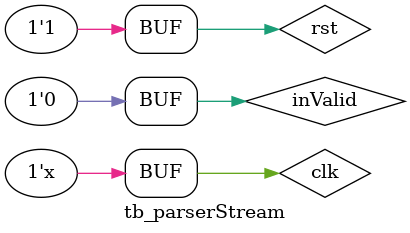
<source format=sv>
`timescale 1ns / 1ps


module tb_parserStream;
    logic clk = 0, rst;
    logic inValid;
    logic inReady;
    logic [31:0] inData;
    logic outvalid;
    logic outReady;
    logic [15:0] outTradeId;
    logic [31:0] outPrice;
    logic [15:0] outVolume;
    logic outSide;
   
    // Clock 
    always #5 clk = ~clk;
    
    // Instantiate
    parserStream U (
        .clk        (clk),
        .rst        (rst),
        .inReady    (inReady),
        .inData     (inData),
        .outValid   (outValid),
        .outReady   (outReady),
        .outTradeId (outTradeId),
        .outPrice   (outPrice),
        .outVolume  (outVolume),
        .outSide    (outSide)
    );
    
    initial begin
        // Reset
        rst = 0; inValid = 0; #20;
        rst = 1; #20;
    end
endmodule

</source>
